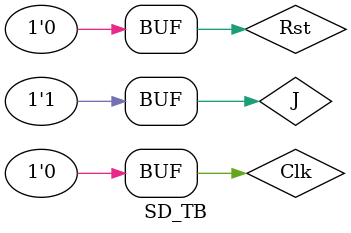
<source format=sv>
`timescale 1ns/1ns
module SD_TB();
    reg Clk = 0 , Rst = 0 , J = 0;
    wire W;

    SequenceDetector UUT1(Clk, Rst, J, W);
    initial repeat(40) #100 Clk = ~Clk;
    initial begin
    #90 J = 1;
    #200 J = 0;
    #200 J = 1;
    #200 J = 0;
    #200 J = 1;
    #200 J = 1;
    #200 J = 1;
    #200 J = 1;
    #200 J = 1;
    #200 J = 0;
    #200 J = 1;
    #200 J = 0;
    #200 J = 1;
    end
endmodule
</source>
